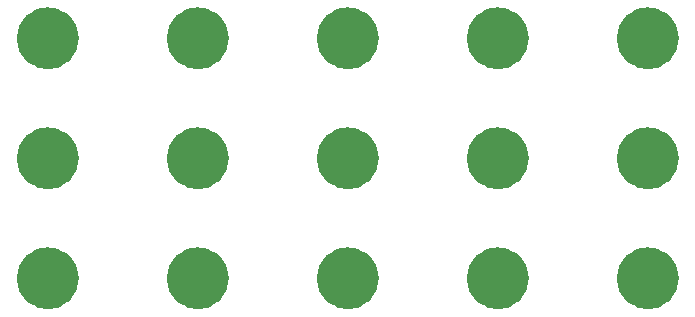
<source format=gbr>
%TF.GenerationSoftware,KiCad,Pcbnew,(6.0.7)*%
%TF.CreationDate,2022-09-29T12:26:42-04:00*%
%TF.ProjectId,via_template,7669615f-7465-46d7-906c-6174652e6b69,rev?*%
%TF.SameCoordinates,Original*%
%TF.FileFunction,Copper,L1,Top*%
%TF.FilePolarity,Positive*%
%FSLAX46Y46*%
G04 Gerber Fmt 4.6, Leading zero omitted, Abs format (unit mm)*
G04 Created by KiCad (PCBNEW (6.0.7)) date 2022-09-29 12:26:42*
%MOMM*%
%LPD*%
G01*
G04 APERTURE LIST*
%TA.AperFunction,NonConductor*%
%ADD10C,2.640000*%
%TD*%
%TA.AperFunction,ComponentPad*%
%ADD11C,2.000000*%
%TD*%
G04 APERTURE END LIST*
D10*
X141020000Y-76200000D02*
G75*
G03*
X141020000Y-76200000I-1320000J0D01*
G01*
X166420000Y-76200000D02*
G75*
G03*
X166420000Y-76200000I-1320000J0D01*
G01*
X179120000Y-86360000D02*
G75*
G03*
X179120000Y-86360000I-1320000J0D01*
G01*
X128320000Y-86360000D02*
G75*
G03*
X128320000Y-86360000I-1320000J0D01*
G01*
X153720000Y-96520000D02*
G75*
G03*
X153720000Y-96520000I-1320000J0D01*
G01*
X153720000Y-86360000D02*
G75*
G03*
X153720000Y-86360000I-1320000J0D01*
G01*
X153720000Y-76200000D02*
G75*
G03*
X153720000Y-76200000I-1320000J0D01*
G01*
X166420000Y-96520000D02*
G75*
G03*
X166420000Y-96520000I-1320000J0D01*
G01*
X128320000Y-96520000D02*
G75*
G03*
X128320000Y-96520000I-1320000J0D01*
G01*
X166420000Y-86360000D02*
G75*
G03*
X166420000Y-86360000I-1320000J0D01*
G01*
X128320000Y-76200000D02*
G75*
G03*
X128320000Y-76200000I-1320000J0D01*
G01*
X141020000Y-86360000D02*
G75*
G03*
X141020000Y-86360000I-1320000J0D01*
G01*
X141020000Y-96520000D02*
G75*
G03*
X141020000Y-96520000I-1320000J0D01*
G01*
X179120000Y-96520000D02*
G75*
G03*
X179120000Y-96520000I-1320000J0D01*
G01*
X179120000Y-76200000D02*
G75*
G03*
X179120000Y-76200000I-1320000J0D01*
G01*
D11*
%TO.P,REF\u002A\u002A,1*%
%TO.N,N/C*%
X139700000Y-76200000D03*
%TD*%
%TO.P,REF\u002A\u002A,1*%
%TO.N,N/C*%
X139700000Y-96520000D03*
%TD*%
%TO.P,REF\u002A\u002A,1*%
%TO.N,N/C*%
X139700000Y-86360000D03*
%TD*%
M02*

</source>
